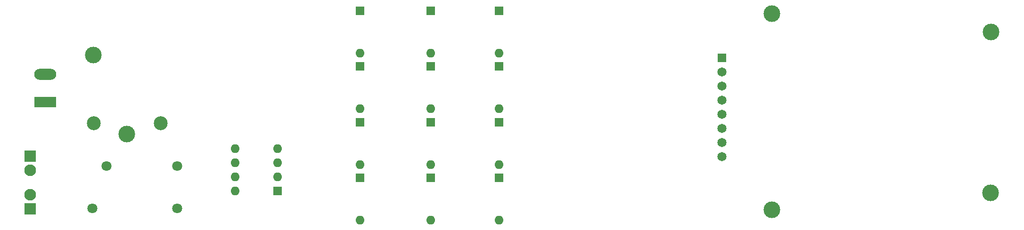
<source format=gbr>
%TF.GenerationSoftware,KiCad,Pcbnew,7.0.9*%
%TF.CreationDate,2023-12-04T18:13:03+01:00*%
%TF.ProjectId,projekt1,70726f6a-656b-4743-912e-6b696361645f,rev?*%
%TF.SameCoordinates,Original*%
%TF.FileFunction,Soldermask,Bot*%
%TF.FilePolarity,Negative*%
%FSLAX46Y46*%
G04 Gerber Fmt 4.6, Leading zero omitted, Abs format (unit mm)*
G04 Created by KiCad (PCBNEW 7.0.9) date 2023-12-04 18:13:03*
%MOMM*%
%LPD*%
G01*
G04 APERTURE LIST*
%ADD10C,3.000000*%
%ADD11C,2.500000*%
%ADD12R,1.600000X1.600000*%
%ADD13O,1.600000X1.600000*%
%ADD14R,2.100000X2.100000*%
%ADD15C,2.100000*%
%ADD16C,1.800000*%
%ADD17R,3.960000X1.980000*%
%ADD18O,3.960000X1.980000*%
%ADD19R,1.650000X1.650000*%
%ADD20C,1.650000*%
G04 APERTURE END LIST*
D10*
%TO.C,K2*%
X80750000Y-103410000D03*
D11*
X86800000Y-101460000D03*
D10*
X74750000Y-89210000D03*
D11*
X74800000Y-101460000D03*
%TD*%
D12*
%TO.C,D11*%
X147600000Y-101320000D03*
D13*
X147600000Y-108940000D03*
%TD*%
D14*
%TO.C,J2*%
X63380000Y-107465000D03*
D15*
X63380000Y-110005000D03*
%TD*%
D16*
%TO.C,K1*%
X89750000Y-109225000D03*
X89750000Y-116825000D03*
X77050000Y-109225000D03*
X74510000Y-116825000D03*
%TD*%
D12*
%TO.C,D12*%
X147600000Y-111310000D03*
D13*
X147600000Y-118930000D03*
%TD*%
D17*
%TO.C,J1*%
X66100000Y-97675000D03*
D18*
X66100000Y-92675000D03*
%TD*%
D12*
%TO.C,D6*%
X135350000Y-91280000D03*
D13*
X135350000Y-98900000D03*
%TD*%
D12*
%TO.C,D4*%
X122600000Y-111310000D03*
D13*
X122600000Y-118930000D03*
%TD*%
D12*
%TO.C,D3*%
X122600000Y-101320000D03*
D13*
X122600000Y-108940000D03*
%TD*%
D14*
%TO.C,J3*%
X63380000Y-116870000D03*
D15*
X63380000Y-114330000D03*
%TD*%
D12*
%TO.C,D5*%
X135350000Y-81280000D03*
D13*
X135350000Y-88900000D03*
%TD*%
D12*
%TO.C,D2*%
X122600000Y-91280000D03*
D13*
X122600000Y-98900000D03*
%TD*%
D12*
%TO.C,U4*%
X107850000Y-113690000D03*
D13*
X107850000Y-111150000D03*
X107850000Y-108610000D03*
X107850000Y-106070000D03*
X100230000Y-106070000D03*
X100230000Y-108610000D03*
X100230000Y-111150000D03*
X100230000Y-113690000D03*
%TD*%
D12*
%TO.C,D8*%
X135350000Y-111310000D03*
D13*
X135350000Y-118930000D03*
%TD*%
D12*
%TO.C,D9*%
X147600000Y-81280000D03*
D13*
X147600000Y-88900000D03*
%TD*%
D12*
%TO.C,D7*%
X135350000Y-101320000D03*
D13*
X135350000Y-108940000D03*
%TD*%
D12*
%TO.C,D10*%
X147600000Y-91280000D03*
D13*
X147600000Y-98900000D03*
%TD*%
D12*
%TO.C,D1*%
X122600000Y-81280000D03*
D13*
X122600000Y-88900000D03*
%TD*%
D10*
%TO.C,RFID1*%
X196600000Y-81810000D03*
X196600000Y-117040000D03*
X235930000Y-114040000D03*
X236040000Y-85040000D03*
D19*
X187680000Y-89700000D03*
D20*
X187680000Y-92240000D03*
X187680000Y-94780000D03*
X187680000Y-97320000D03*
X187680000Y-99860000D03*
X187680000Y-102400000D03*
X187680000Y-104940000D03*
X187680000Y-107480000D03*
%TD*%
M02*

</source>
